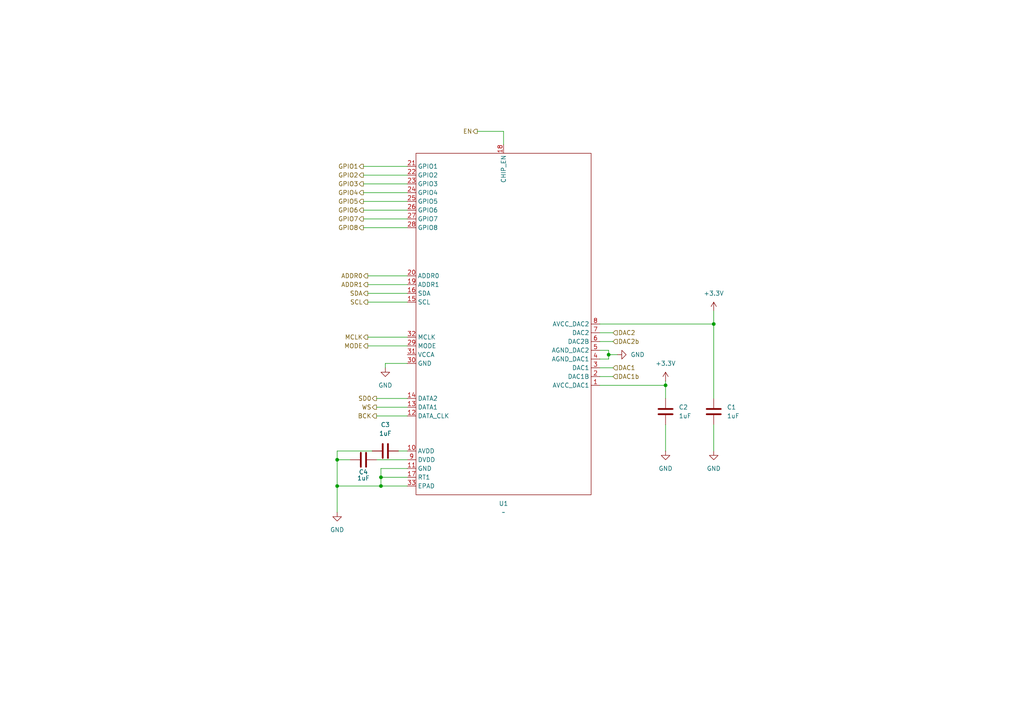
<source format=kicad_sch>
(kicad_sch (version 20250114) (generator "eeschema") (generator_version "9.0")
  (paper "A4")
  (lib_symbols
    (symbol "Device:C" (pin_numbers (hide yes)) (pin_names (offset 0.254))
      (property "Reference" "C" (at 0.635 2.54 0))
      (property "Value" "C" (at 0.635 -2.54 0))
      (symbol "C_0_1"
        (polyline (pts (xy -2.032 0.762) (xy 2.032 0.762)) (stroke (width 0.508)))
        (polyline (pts (xy -2.032 -0.762) (xy 2.032 -0.762)) (stroke (width 0.508)))
      )
      (symbol "C_1_1"
        (pin passive line (at 0 3.81 270) (length 2.794) (name "~") (number "1"))
        (pin passive line (at 0 -3.81 90) (length 2.794) (name "~") (number "2"))
      )
    )
    (symbol "ddabidov:ES9039Q2M"
      (property "Reference" "U" (at 0.762 100.33 0))
      (symbol "ES9039Q2M_0_1"
        (rectangle (start 0 99.06) (end 50.8 0))
      )
      (symbol "ES9039Q2M_1_1"
        (pin output line (at -2.54 95.25 0) (length 2.54) (name "GPIO1") (number "21"))
        (pin output line (at -2.54 92.71 0) (length 2.54) (name "GPIO2") (number "22"))
        (pin output line (at -2.54 90.17 0) (length 2.54) (name "GPIO3") (number "23"))
        (pin output line (at -2.54 87.63 0) (length 2.54) (name "GPIO4") (number "24"))
        (pin output line (at -2.54 85.09 0) (length 2.54) (name "GPIO5") (number "25"))
        (pin output line (at -2.54 82.55 0) (length 2.54) (name "GPIO6") (number "26"))
        (pin output line (at -2.54 80.01 0) (length 2.54) (name "GPIO7") (number "27"))
        (pin output line (at -2.54 77.47 0) (length 2.54) (name "GPIO8") (number "28"))
        (pin input line (at -2.54 63.5 0) (length 2.54) (name "ADDR0") (number "20"))
        (pin input line (at -2.54 60.96 0) (length 2.54) (name "ADDR1") (number "19"))
        (pin input line (at -2.54 58.42 0) (length 2.54) (name "SDA") (number "16"))
        (pin input line (at -2.54 55.88 0) (length 2.54) (name "SCL") (number "15"))
        (pin input line (at -2.54 45.72 0) (length 2.54) (name "MCLK") (number "32"))
        (pin input line (at -2.54 43.18 0) (length 2.54) (name "MODE") (number "29"))
        (pin input line (at -2.54 40.64 0) (length 2.54) (name "VCCA") (number "31"))
        (pin output line (at -2.54 38.1 0) (length 2.54) (name "GND") (number "30"))
        (pin input line (at -2.54 27.94 0) (length 2.54) (name "DATA2") (number "14"))
        (pin input line (at -2.54 25.4 0) (length 2.54) (name "DATA1") (number "13"))
        (pin input line (at -2.54 22.86 0) (length 2.54) (name "DATA_CLK") (number "12"))
        (pin output line (at -2.54 12.7 0) (length 2.54) (name "AVDD") (number "10"))
        (pin output line (at -2.54 10.16 0) (length 2.54) (name "DVDD") (number "9"))
        (pin output line (at -2.54 7.62 0) (length 2.54) (name "GND") (number "11"))
        (pin input line (at -2.54 5.08 0) (length 2.54) (name "RT1") (number "17"))
        (pin power_out line (at -2.54 2.54 0) (length 2.54) (name "EPAD") (number "33"))
        (pin output line (at 25.4 101.6 270) (length 2.54) (name "CHIP_EN") (number "18"))
        (pin input line (at 53.34 49.53 180) (length 2.54) (name "AVCC_DAC2") (number "8"))
        (pin output line (at 53.34 46.99 180) (length 2.54) (name "DAC2") (number "7"))
        (pin output line (at 53.34 44.45 180) (length 2.54) (name "DAC2B") (number "6"))
        (pin output line (at 53.34 41.91 180) (length 2.54) (name "AGND_DAC2") (number "5"))
        (pin output line (at 53.34 39.37 180) (length 2.54) (name "AGND_DAC1") (number "4"))
        (pin output line (at 53.34 36.83 180) (length 2.54) (name "DAC1") (number "3"))
        (pin output line (at 53.34 34.29 180) (length 2.54) (name "DAC1B") (number "2"))
        (pin input line (at 53.34 31.75 180) (length 2.54) (name "AVCC_DAC1") (number "1"))
      )
    )
    (symbol "power:+3.3V" (power) (pin_numbers (hide yes)) (pin_names (offset 0) (hide yes))
      (property "Value" "+3.3V" (at 0 3.556 0))
      (symbol "+3.3V_0_1"
        (polyline (pts (xy -0.762 1.27) (xy 0 2.54)))
        (polyline (pts (xy 0 2.54) (xy 0.762 1.27)))
        (polyline (pts (xy 0 0) (xy 0 2.54)))
      )
      (symbol "+3.3V_1_1"
        (pin power_in line (at 0 0 90) (length 0) (name "~") (number "1"))
      )
    )
    (symbol "power:GND" (power) (pin_numbers (hide yes)) (pin_names (offset 0) (hide yes))
      (property "Value" "GND" (at 0 -3.81 0))
      (symbol "GND_0_1"
        (polyline (pts (xy 0 0) (xy 0 -1.27) (xy 1.27 -1.27) (xy 0 -2.54) (xy -1.27 -1.27) (xy 0 -1.27)))
      )
      (symbol "GND_1_1"
        (pin power_in line (at 0 0 270) (length 0) (name "~") (number "1"))
      )
    )
  )
  (junction (at 110.49 140.97))
  (junction (at 176.53 102.87))
  (junction (at 193.04 111.76))
  (junction (at 207.01 93.98))
  (junction (at 97.79 140.97))
  (junction (at 97.79 133.35))
  (junction (at 110.49 138.43))
  (wire (pts (xy 110.49 138.43) (xy 110.49 140.97)))
  (wire (pts (xy 115.57 130.81) (xy 118.11 130.81)))
  (wire (pts (xy 173.99 106.68) (xy 177.8 106.68)))
  (wire (pts (xy 107.95 130.81) (xy 97.79 130.81)))
  (wire (pts (xy 173.99 111.76) (xy 193.04 111.76)))
  (wire (pts (xy 109.22 115.57) (xy 118.11 115.57)))
  (wire (pts (xy 105.41 66.04) (xy 118.11 66.04)))
  (wire (pts (xy 173.99 104.14) (xy 176.53 104.14)))
  (wire (pts (xy 106.68 85.09) (xy 118.11 85.09)))
  (wire (pts (xy 97.79 140.97) (xy 110.49 140.97)))
  (wire (pts (xy 118.11 138.43) (xy 110.49 138.43)))
  (wire (pts (xy 193.04 110.49) (xy 193.04 111.76)))
  (wire (pts (xy 105.41 53.34) (xy 118.11 53.34)))
  (wire (pts (xy 173.99 96.52) (xy 177.8 96.52)))
  (wire (pts (xy 193.04 111.76) (xy 193.04 115.57)))
  (wire (pts (xy 173.99 109.22) (xy 177.8 109.22)))
  (wire (pts (xy 118.11 105.41) (xy 111.76 105.41)))
  (wire (pts (xy 101.6 133.35) (xy 97.79 133.35)))
  (wire (pts (xy 193.04 123.19) (xy 193.04 130.81)))
  (wire (pts (xy 146.05 38.1) (xy 138.43 38.1)))
  (wire (pts (xy 176.53 102.87) (xy 179.07 102.87)))
  (wire (pts (xy 105.41 58.42) (xy 118.11 58.42)))
  (wire (pts (xy 105.41 63.5) (xy 118.11 63.5)))
  (wire (pts (xy 106.68 97.79) (xy 118.11 97.79)))
  (wire (pts (xy 106.68 100.33) (xy 118.11 100.33)))
  (wire (pts (xy 109.22 120.65) (xy 118.11 120.65)))
  (wire (pts (xy 207.01 93.98) (xy 207.01 115.57)))
  (wire (pts (xy 111.76 105.41) (xy 111.76 106.68)))
  (wire (pts (xy 105.41 50.8) (xy 118.11 50.8)))
  (wire (pts (xy 97.79 140.97) (xy 97.79 148.59)))
  (wire (pts (xy 106.68 80.01) (xy 118.11 80.01)))
  (wire (pts (xy 97.79 130.81) (xy 97.79 133.35)))
  (wire (pts (xy 173.99 101.6) (xy 176.53 101.6)))
  (wire (pts (xy 109.22 118.11) (xy 118.11 118.11)))
  (wire (pts (xy 118.11 135.89) (xy 110.49 135.89)))
  (wire (pts (xy 110.49 135.89) (xy 110.49 138.43)))
  (wire (pts (xy 207.01 90.17) (xy 207.01 93.98)))
  (wire (pts (xy 118.11 140.97) (xy 110.49 140.97)))
  (wire (pts (xy 105.41 60.96) (xy 118.11 60.96)))
  (wire (pts (xy 106.68 82.55) (xy 118.11 82.55)))
  (wire (pts (xy 97.79 133.35) (xy 97.79 140.97)))
  (wire (pts (xy 173.99 93.98) (xy 207.01 93.98)))
  (wire (pts (xy 118.11 133.35) (xy 109.22 133.35)))
  (wire (pts (xy 173.99 99.06) (xy 177.8 99.06)))
  (wire (pts (xy 146.05 41.91) (xy 146.05 38.1)))
  (wire (pts (xy 106.68 87.63) (xy 118.11 87.63)))
  (wire (pts (xy 176.53 101.6) (xy 176.53 102.87)))
  (wire (pts (xy 207.01 123.19) (xy 207.01 130.81)))
  (wire (pts (xy 105.41 55.88) (xy 118.11 55.88)))
  (wire (pts (xy 105.41 48.26) (xy 118.11 48.26)))
  (wire (pts (xy 176.53 104.14) (xy 176.53 102.87)))
  (hierarchical_label "DAC2" (shape input) (at 177.8 96.52 0))
  (hierarchical_label "GPIO3" (shape output) (at 105.41 53.34 180))
  (hierarchical_label "GPIO7" (shape output) (at 105.41 63.5 180))
  (hierarchical_label "GPIO5" (shape output) (at 105.41 58.42 180))
  (hierarchical_label "DAC2b" (shape input) (at 177.8 99.06 0))
  (hierarchical_label "SD0" (shape output) (at 109.22 115.57 180))
  (hierarchical_label "ADDR1" (shape output) (at 106.68 82.55 180))
  (hierarchical_label "GPIO6" (shape output) (at 105.41 60.96 180))
  (hierarchical_label "DAC1b" (shape input) (at 177.8 109.22 0))
  (hierarchical_label "GPIO1" (shape output) (at 105.41 48.26 180))
  (hierarchical_label "MODE" (shape output) (at 106.68 100.33 180))
  (hierarchical_label "SDA" (shape output) (at 106.68 85.09 180))
  (hierarchical_label "GPIO2" (shape output) (at 105.41 50.8 180))
  (hierarchical_label "SCL" (shape output) (at 106.68 87.63 180))
  (hierarchical_label "EN" (shape output) (at 138.43 38.1 180))
  (hierarchical_label "BCK" (shape output) (at 109.22 120.65 180))
  (hierarchical_label "MCLK" (shape output) (at 106.68 97.79 180))
  (hierarchical_label "DAC1" (shape input) (at 177.8 106.68 0))
  (hierarchical_label "GPIO4" (shape output) (at 105.41 55.88 180))
  (hierarchical_label "WS" (shape output) (at 109.22 118.11 180))
  (hierarchical_label "ADDR0" (shape output) (at 106.68 80.01 180))
  (hierarchical_label "GPIO8" (shape output) (at 105.41 66.04 180))
  (symbol (lib_id "power:GND") (at 207.01 130.81 0) (unit 1)
    (property "Reference" "#PWR05" (effects (hide yes)))
    (property "Value" "GND" (at 207.01 135.89 0))
    (property "Description" "Power symbol creates a global label with name \"GND\" , ground" (effects (hide yes)))
  )
  (symbol (lib_id "power:GND") (at 97.79 148.59 0) (unit 1)
    (property "Reference" "#PWR02" (effects (hide yes)))
    (property "Value" "GND" (at 97.79 153.67 0))
    (property "Description" "Power symbol creates a global label with name \"GND\" , ground" (effects (hide yes)))
  )
  (symbol (lib_id "Device:C") (at 193.04 119.38 0) (unit 1)
    (property "Reference" "C2" (at 196.85 118.1099 0) (effects (justify left)))
    (property "Value" "1uF" (at 196.85 120.6499 0) (effects (justify left)))
    (property "Description" "Unpolarized capacitor" (effects (hide yes)))
  )
  (symbol (lib_id "Device:C") (at 207.01 119.38 0) (unit 1)
    (property "Reference" "C1" (at 210.82 118.1099 0) (effects (justify left)))
    (property "Value" "1uF" (at 210.82 120.6499 0) (effects (justify left)))
    (property "Description" "Unpolarized capacitor" (effects (hide yes)))
  )
  (symbol (lib_id "power:GND") (at 193.04 130.81 0) (unit 1)
    (property "Reference" "#PWR04" (effects (hide yes)))
    (property "Value" "GND" (at 193.04 135.89 0))
    (property "Description" "Power symbol creates a global label with name \"GND\" , ground" (effects (hide yes)))
  )
  (symbol (lib_id "Device:C") (at 105.41 133.35 90) (unit 1)
    (property "Reference" "C4" (at 105.41 136.906 90))
    (property "Value" "1uF" (at 105.41 138.684 90))
    (property "Description" "Unpolarized capacitor" (effects (hide yes)))
  )
  (symbol (lib_id "ddabidov:ES9039Q2M") (at 120.65 143.51 0) (unit 1)
    (property "Reference" "U1" (at 146.05 146.05 0))
    (property "Value" "~" (at 146.05 148.59 0))
  )
  (symbol (lib_id "power:+3.3V") (at 193.04 110.49 0) (unit 1)
    (property "Reference" "#PWR06" (effects (hide yes)))
    (property "Value" "+3.3V" (at 193.04 105.41 0))
    (property "Description" "Power symbol creates a global label with name \"+3.3V\"" (effects (hide yes)))
  )
  (symbol (lib_id "power:+3.3V") (at 207.01 90.17 0) (unit 1)
    (property "Reference" "#PWR07" (effects (hide yes)))
    (property "Value" "+3.3V" (at 207.01 85.09 0))
    (property "Description" "Power symbol creates a global label with name \"+3.3V\"" (effects (hide yes)))
  )
  (symbol (lib_id "power:GND") (at 179.07 102.87 90) (unit 1)
    (property "Reference" "#PWR01" (effects (hide yes)))
    (property "Value" "GND" (at 182.88 102.8699 90) (effects (justify right)))
    (property "Description" "Power symbol creates a global label with name \"GND\" , ground" (effects (hide yes)))
  )
  (symbol (lib_id "Device:C") (at 111.76 130.81 90) (unit 1)
    (property "Reference" "C3" (at 111.76 123.19 90))
    (property "Value" "1uF" (at 111.76 125.73 90))
    (property "Description" "Unpolarized capacitor" (effects (hide yes)))
  )
  (symbol (lib_id "power:GND") (at 111.76 106.68 0) (unit 1)
    (property "Reference" "#PWR03" (effects (hide yes)))
    (property "Value" "GND" (at 111.76 111.76 0))
    (property "Description" "Power symbol creates a global label with name \"GND\" , ground" (effects (hide yes)))
  )
)
</source>
